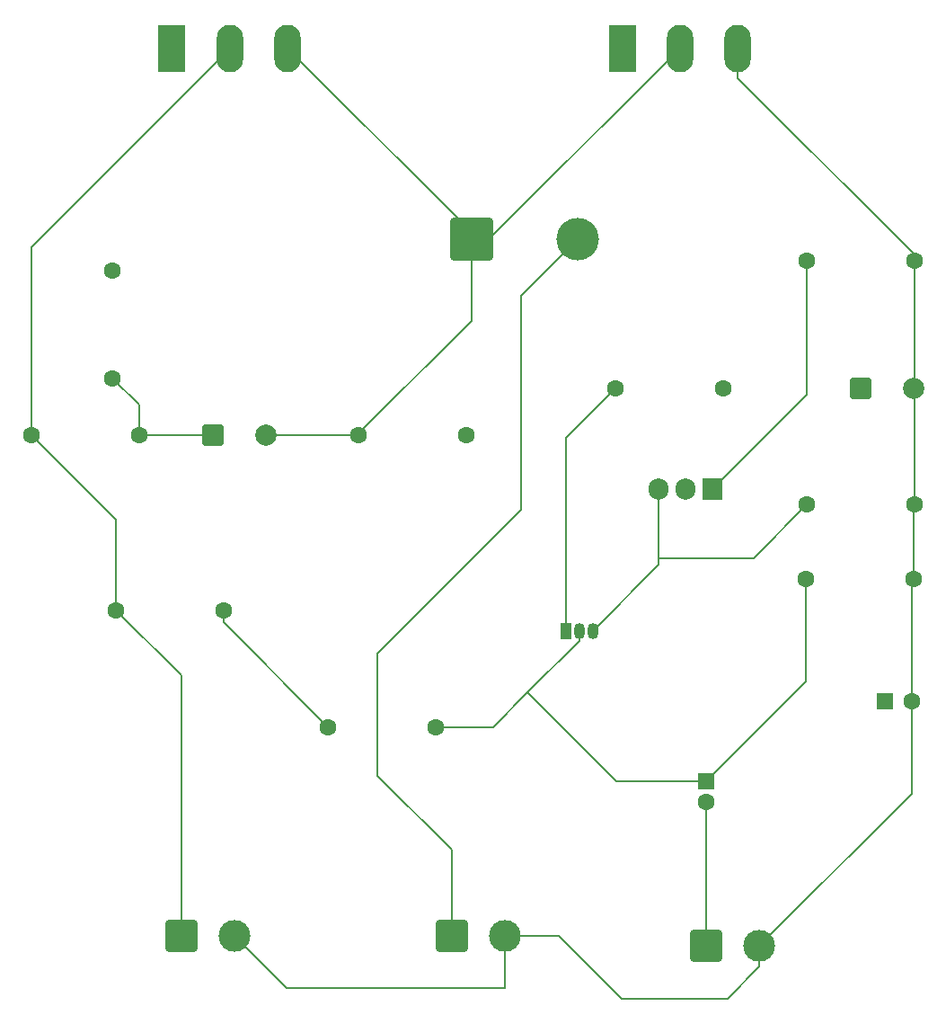
<source format=gbr>
%TF.GenerationSoftware,KiCad,Pcbnew,9.0.5*%
%TF.CreationDate,2025-10-15T22:39:10-03:00*%
%TF.ProjectId,BDNM-01,42444e4d-2d30-4312-9e6b-696361645f70,rev?*%
%TF.SameCoordinates,Original*%
%TF.FileFunction,Copper,L1,Top*%
%TF.FilePolarity,Positive*%
%FSLAX46Y46*%
G04 Gerber Fmt 4.6, Leading zero omitted, Abs format (unit mm)*
G04 Created by KiCad (PCBNEW 9.0.5) date 2025-10-15 22:39:10*
%MOMM*%
%LPD*%
G01*
G04 APERTURE LIST*
G04 Aperture macros list*
%AMRoundRect*
0 Rectangle with rounded corners*
0 $1 Rounding radius*
0 $2 $3 $4 $5 $6 $7 $8 $9 X,Y pos of 4 corners*
0 Add a 4 corners polygon primitive as box body*
4,1,4,$2,$3,$4,$5,$6,$7,$8,$9,$2,$3,0*
0 Add four circle primitives for the rounded corners*
1,1,$1+$1,$2,$3*
1,1,$1+$1,$4,$5*
1,1,$1+$1,$6,$7*
1,1,$1+$1,$8,$9*
0 Add four rect primitives between the rounded corners*
20,1,$1+$1,$2,$3,$4,$5,0*
20,1,$1+$1,$4,$5,$6,$7,0*
20,1,$1+$1,$6,$7,$8,$9,0*
20,1,$1+$1,$8,$9,$2,$3,0*%
G04 Aperture macros list end*
%TA.AperFunction,ComponentPad*%
%ADD10R,2.500000X4.500000*%
%TD*%
%TA.AperFunction,ComponentPad*%
%ADD11O,2.500000X4.500000*%
%TD*%
%TA.AperFunction,ComponentPad*%
%ADD12C,1.600000*%
%TD*%
%TA.AperFunction,ComponentPad*%
%ADD13RoundRect,0.249999X-1.250001X-1.250001X1.250001X-1.250001X1.250001X1.250001X-1.250001X1.250001X0*%
%TD*%
%TA.AperFunction,ComponentPad*%
%ADD14C,3.000000*%
%TD*%
%TA.AperFunction,ComponentPad*%
%ADD15RoundRect,0.250000X-0.550000X-0.550000X0.550000X-0.550000X0.550000X0.550000X-0.550000X0.550000X0*%
%TD*%
%TA.AperFunction,ComponentPad*%
%ADD16RoundRect,0.250000X-0.750000X-0.750000X0.750000X-0.750000X0.750000X0.750000X-0.750000X0.750000X0*%
%TD*%
%TA.AperFunction,ComponentPad*%
%ADD17C,2.000000*%
%TD*%
%TA.AperFunction,ComponentPad*%
%ADD18R,1.905000X2.000000*%
%TD*%
%TA.AperFunction,ComponentPad*%
%ADD19O,1.905000X2.000000*%
%TD*%
%TA.AperFunction,ComponentPad*%
%ADD20RoundRect,0.250000X-1.750000X-1.750000X1.750000X-1.750000X1.750000X1.750000X-1.750000X1.750000X0*%
%TD*%
%TA.AperFunction,ComponentPad*%
%ADD21C,4.000000*%
%TD*%
%TA.AperFunction,ComponentPad*%
%ADD22RoundRect,0.250000X-0.550000X0.550000X-0.550000X-0.550000X0.550000X-0.550000X0.550000X0.550000X0*%
%TD*%
%TA.AperFunction,ComponentPad*%
%ADD23R,1.050000X1.500000*%
%TD*%
%TA.AperFunction,ComponentPad*%
%ADD24O,1.050000X1.500000*%
%TD*%
%TA.AperFunction,Conductor*%
%ADD25C,0.200000*%
%TD*%
G04 APERTURE END LIST*
D10*
%TO.P,Q2,1,B*%
%TO.N,Net-(Q2-B)*%
X154550000Y-49000000D03*
D11*
%TO.P,Q2,2,C*%
%TO.N,Net-(Q1-E)*%
X160000000Y-49000000D03*
%TO.P,Q2,3,E*%
%TO.N,GND*%
X165450000Y-49000000D03*
%TD*%
D12*
%TO.P,R4,1*%
%TO.N,Net-(Q4-C)*%
X153920000Y-81000000D03*
%TO.P,R4,2*%
%TO.N,Net-(C2-Pad1)*%
X164080000Y-81000000D03*
%TD*%
D13*
%TO.P,J3,1,Pin_1*%
%TO.N,Net-(J3-Pin_1)*%
X138500000Y-132617500D03*
D14*
%TO.P,J3,2,Pin_2*%
%TO.N,GND*%
X143500000Y-132617500D03*
%TD*%
D13*
%TO.P,J2,1,Pin_1*%
%TO.N,Net-(J2-Pin_1)*%
X113000000Y-132617500D03*
D14*
%TO.P,J2,2,Pin_2*%
%TO.N,GND*%
X118000000Y-132617500D03*
%TD*%
D12*
%TO.P,R3,1*%
%TO.N,Net-(Q1-E)*%
X129707677Y-85420000D03*
%TO.P,R3,2*%
%TO.N,Net-(Q4-C)*%
X139867677Y-85420000D03*
%TD*%
%TO.P,R6,1*%
%TO.N,Net-(Q3-B)*%
X171920000Y-92000000D03*
%TO.P,R6,2*%
%TO.N,GND*%
X182080000Y-92000000D03*
%TD*%
D15*
%TO.P,C3,1*%
%TO.N,Net-(C3-Pad1)*%
X179317621Y-110500000D03*
D12*
%TO.P,C3,2*%
%TO.N,GND*%
X181817621Y-110500000D03*
%TD*%
%TO.P,R2,1*%
%TO.N,Net-(C1-Pad1)*%
X106500000Y-80080000D03*
%TO.P,R2,2*%
%TO.N,Net-(Q1-B)*%
X106500000Y-69920000D03*
%TD*%
%TO.P,R5,1*%
%TO.N,Net-(Q2-B)*%
X171920000Y-69000000D03*
%TO.P,R5,2*%
%TO.N,GND*%
X182080000Y-69000000D03*
%TD*%
%TO.P,R1,1*%
%TO.N,Net-(J2-Pin_1)*%
X98840000Y-85420000D03*
%TO.P,R1,2*%
%TO.N,Net-(C1-Pad1)*%
X109000000Y-85420000D03*
%TD*%
D16*
%TO.P,C1,1*%
%TO.N,Net-(C1-Pad1)*%
X116000000Y-85420000D03*
D17*
%TO.P,C1,2*%
%TO.N,Net-(Q1-E)*%
X121000000Y-85420000D03*
%TD*%
D12*
%TO.P,R7,1*%
%TO.N,Net-(C3-Pad1)*%
X117000000Y-101920000D03*
%TO.P,R7,2*%
%TO.N,Net-(J2-Pin_1)*%
X106840000Y-101920000D03*
%TD*%
D18*
%TO.P,Q3,1,E*%
%TO.N,Net-(Q2-B)*%
X163080000Y-90500000D03*
D19*
%TO.P,Q3,2,C*%
%TO.N,Net-(Q1-B)*%
X160540000Y-90500000D03*
%TO.P,Q3,3,B*%
%TO.N,Net-(Q3-B)*%
X158000000Y-90500000D03*
%TD*%
D13*
%TO.P,J4,1,Pin_1*%
%TO.N,Net-(J4-Pin_1)*%
X162500000Y-133500000D03*
D14*
%TO.P,J4,2,Pin_2*%
%TO.N,GND*%
X167500000Y-133500000D03*
%TD*%
D16*
%TO.P,C2,1*%
%TO.N,Net-(C2-Pad1)*%
X177000000Y-81000000D03*
D17*
%TO.P,C2,2*%
%TO.N,GND*%
X182000000Y-81000000D03*
%TD*%
D10*
%TO.P,Q1,1,B*%
%TO.N,Net-(Q1-B)*%
X112100000Y-49000000D03*
D11*
%TO.P,Q1,2,C*%
%TO.N,Net-(J2-Pin_1)*%
X117550000Y-49000000D03*
%TO.P,Q1,3,E*%
%TO.N,Net-(Q1-E)*%
X123000000Y-49000000D03*
%TD*%
D20*
%TO.P,C5,1*%
%TO.N,Net-(Q1-E)*%
X140342169Y-67000000D03*
D21*
%TO.P,C5,2*%
%TO.N,Net-(J3-Pin_1)*%
X150342169Y-67000000D03*
%TD*%
D22*
%TO.P,C4,1*%
%TO.N,Net-(Q4-B)*%
X162500000Y-118000000D03*
D12*
%TO.P,C4,2*%
%TO.N,Net-(J4-Pin_1)*%
X162500000Y-120000000D03*
%TD*%
%TO.P,R8,1*%
%TO.N,Net-(C3-Pad1)*%
X126840000Y-112920000D03*
%TO.P,R8,2*%
%TO.N,Net-(Q4-B)*%
X137000000Y-112920000D03*
%TD*%
D23*
%TO.P,Q4,1,C*%
%TO.N,Net-(Q4-C)*%
X149230000Y-103860000D03*
D24*
%TO.P,Q4,2,B*%
%TO.N,Net-(Q4-B)*%
X150500000Y-103860000D03*
%TO.P,Q4,3,E*%
%TO.N,Net-(Q3-B)*%
X151770000Y-103860000D03*
%TD*%
D12*
%TO.P,R9,1*%
%TO.N,Net-(Q4-B)*%
X171840000Y-99000000D03*
%TO.P,R9,2*%
%TO.N,GND*%
X182000000Y-99000000D03*
%TD*%
D25*
%TO.N,Net-(C1-Pad1)*%
X109000000Y-85420000D02*
X116000000Y-85420000D01*
X109000000Y-82580000D02*
X106500000Y-80080000D01*
X109000000Y-85420000D02*
X109000000Y-82580000D01*
%TO.N,Net-(Q1-E)*%
X140342169Y-74657831D02*
X140342169Y-67000000D01*
X140342169Y-66342169D02*
X123000000Y-49000000D01*
X140342169Y-67000000D02*
X142000000Y-67000000D01*
X129707677Y-85420000D02*
X129707677Y-85292323D01*
X140342169Y-67000000D02*
X140342169Y-66342169D01*
X142000000Y-67000000D02*
X160000000Y-49000000D01*
X129707677Y-85292323D02*
X140342169Y-74657831D01*
X121000000Y-85420000D02*
X129707677Y-85420000D01*
%TO.N,GND*%
X154500000Y-138500000D02*
X164500000Y-138500000D01*
X182000000Y-92080000D02*
X182080000Y-92000000D01*
X165450000Y-51790000D02*
X165450000Y-49000000D01*
X181817621Y-99182379D02*
X182000000Y-99000000D01*
X182000000Y-81000000D02*
X182000000Y-80500000D01*
X182000000Y-99000000D02*
X182000000Y-92080000D01*
X143500000Y-132617500D02*
X148617500Y-132617500D01*
X182080000Y-92000000D02*
X182080000Y-81080000D01*
X182000000Y-80500000D02*
X182080000Y-80420000D01*
X167500000Y-135500000D02*
X167500000Y-133500000D01*
X182080000Y-81080000D02*
X182000000Y-81000000D01*
X181817621Y-119182379D02*
X167500000Y-133500000D01*
X181817621Y-110500000D02*
X181817621Y-99182379D01*
X182080000Y-68420000D02*
X165450000Y-51790000D01*
X182080000Y-69000000D02*
X182080000Y-68420000D01*
X182080000Y-80420000D02*
X182080000Y-69000000D01*
X122882500Y-137500000D02*
X143500000Y-137500000D01*
X118000000Y-132617500D02*
X122882500Y-137500000D01*
X143500000Y-137500000D02*
X143500000Y-132617500D01*
X164500000Y-138500000D02*
X167500000Y-135500000D01*
X148617500Y-132617500D02*
X154500000Y-138500000D01*
X181817621Y-110500000D02*
X181817621Y-119182379D01*
%TO.N,Net-(C3-Pad1)*%
X117000000Y-103080000D02*
X126840000Y-112920000D01*
X117000000Y-101920000D02*
X117000000Y-103080000D01*
%TO.N,Net-(J4-Pin_1)*%
X162500000Y-120000000D02*
X162500000Y-133500000D01*
%TO.N,Net-(Q4-B)*%
X142390000Y-112920000D02*
X145655000Y-109655000D01*
X145655000Y-109655000D02*
X150500000Y-104810000D01*
X154000000Y-118000000D02*
X145655000Y-109655000D01*
X150500000Y-104810000D02*
X150500000Y-103860000D01*
X137000000Y-112920000D02*
X142390000Y-112920000D01*
X171840000Y-99000000D02*
X171840000Y-108660000D01*
X171840000Y-108660000D02*
X162500000Y-118000000D01*
X162500000Y-118000000D02*
X154000000Y-118000000D01*
%TO.N,Net-(J3-Pin_1)*%
X131500000Y-117500000D02*
X131500000Y-106000000D01*
X138500000Y-132617500D02*
X138500000Y-124500000D01*
X131500000Y-106000000D02*
X145000000Y-92500000D01*
X145000000Y-72342169D02*
X150342169Y-67000000D01*
X145000000Y-92500000D02*
X145000000Y-72342169D01*
X138500000Y-124500000D02*
X131500000Y-117500000D01*
%TO.N,Net-(J2-Pin_1)*%
X113000000Y-132617500D02*
X113000000Y-108080000D01*
X106840000Y-101920000D02*
X106840000Y-93420000D01*
X106840000Y-93420000D02*
X98840000Y-85420000D01*
X98840000Y-67710000D02*
X117550000Y-49000000D01*
X113000000Y-108080000D02*
X106840000Y-101920000D01*
X98840000Y-85420000D02*
X98840000Y-67710000D01*
%TO.N,Net-(Q2-B)*%
X171920000Y-69000000D02*
X171920000Y-81660000D01*
X171920000Y-81660000D02*
X163080000Y-90500000D01*
%TO.N,Net-(Q3-B)*%
X171920000Y-92000000D02*
X166920000Y-97000000D01*
X158000000Y-97000000D02*
X158000000Y-97630000D01*
X166920000Y-97000000D02*
X158000000Y-97000000D01*
X158000000Y-97630000D02*
X151770000Y-103860000D01*
X158000000Y-90500000D02*
X158000000Y-97000000D01*
%TO.N,Net-(Q4-C)*%
X149230000Y-85690000D02*
X149230000Y-103860000D01*
X153920000Y-81000000D02*
X149230000Y-85690000D01*
%TD*%
M02*

</source>
